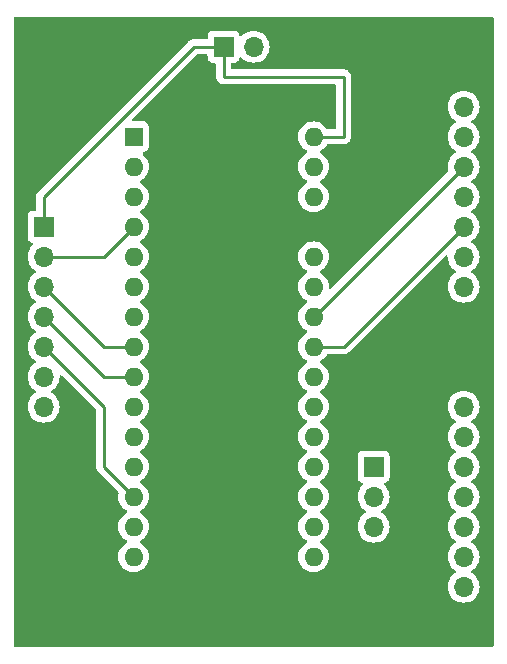
<source format=gtl>
G04 #@! TF.GenerationSoftware,KiCad,Pcbnew,7.0.10*
G04 #@! TF.CreationDate,2024-02-28T18:50:11-05:00*
G04 #@! TF.ProjectId,ApolloAvionics,41706f6c-6c6f-4417-9669-6f6e6963732e,rev?*
G04 #@! TF.SameCoordinates,Original*
G04 #@! TF.FileFunction,Copper,L1,Top*
G04 #@! TF.FilePolarity,Positive*
%FSLAX46Y46*%
G04 Gerber Fmt 4.6, Leading zero omitted, Abs format (unit mm)*
G04 Created by KiCad (PCBNEW 7.0.10) date 2024-02-28 18:50:11*
%MOMM*%
%LPD*%
G01*
G04 APERTURE LIST*
G04 #@! TA.AperFunction,ComponentPad*
%ADD10R,1.700000X1.700000*%
G04 #@! TD*
G04 #@! TA.AperFunction,ComponentPad*
%ADD11O,1.700000X1.700000*%
G04 #@! TD*
G04 #@! TA.AperFunction,ComponentPad*
%ADD12R,1.600000X1.600000*%
G04 #@! TD*
G04 #@! TA.AperFunction,ComponentPad*
%ADD13O,1.600000X1.600000*%
G04 #@! TD*
G04 #@! TA.AperFunction,Conductor*
%ADD14C,0.250000*%
G04 #@! TD*
G04 APERTURE END LIST*
D10*
G04 #@! TO.P,ESC1,1,VCC*
G04 #@! TO.N,Net-(A1-VIN)*
X58420000Y-55880000D03*
D11*
G04 #@! TO.P,ESC1,2,SGND*
G04 #@! TO.N,Net-(ESC1-SGND)*
X58420000Y-58420000D03*
G04 #@! TO.P,ESC1,3,S1*
G04 #@! TO.N,Net-(A1-D5)*
X58420000Y-60960000D03*
G04 #@! TO.P,ESC1,4,S2*
G04 #@! TO.N,Net-(A1-D6)*
X58420000Y-63500000D03*
G04 #@! TO.P,ESC1,5,S3*
G04 #@! TO.N,Net-(A1-D10)*
X58420000Y-66040000D03*
G04 #@! TO.P,ESC1,6,S4*
G04 #@! TO.N,Net-(A1-D9)*
X58420000Y-68580000D03*
G04 #@! TO.P,ESC1,7,GND*
G04 #@! TO.N,GND*
X58420000Y-71120000D03*
G04 #@! TD*
D12*
G04 #@! TO.P,A1,1,D1/TX*
G04 #@! TO.N,unconnected-(A1-D1{slash}TX-Pad1)*
X66040000Y-48260000D03*
D13*
G04 #@! TO.P,A1,2,D0/RX*
G04 #@! TO.N,unconnected-(A1-D0{slash}RX-Pad2)*
X66040000Y-50800000D03*
G04 #@! TO.P,A1,3,~{RESET}*
G04 #@! TO.N,unconnected-(A1-~{RESET}-Pad3)*
X66040000Y-53340000D03*
G04 #@! TO.P,A1,4,GND*
G04 #@! TO.N,Net-(ESC1-SGND)*
X66040000Y-55880000D03*
G04 #@! TO.P,A1,5,D2*
G04 #@! TO.N,unconnected-(A1-D2-Pad5)*
X66040000Y-58420000D03*
G04 #@! TO.P,A1,6,D3*
G04 #@! TO.N,unconnected-(A1-D3-Pad6)*
X66040000Y-60960000D03*
G04 #@! TO.P,A1,7,D4*
G04 #@! TO.N,unconnected-(A1-D4-Pad7)*
X66040000Y-63500000D03*
G04 #@! TO.P,A1,8,D5*
G04 #@! TO.N,Net-(A1-D5)*
X66040000Y-66040000D03*
G04 #@! TO.P,A1,9,D6*
G04 #@! TO.N,Net-(A1-D6)*
X66040000Y-68580000D03*
G04 #@! TO.P,A1,10,D7*
G04 #@! TO.N,unconnected-(A1-D7-Pad10)*
X66040000Y-71120000D03*
G04 #@! TO.P,A1,11,D8*
G04 #@! TO.N,unconnected-(A1-D8-Pad11)*
X66040000Y-73660000D03*
G04 #@! TO.P,A1,12,D9*
G04 #@! TO.N,Net-(A1-D9)*
X66040000Y-76200000D03*
G04 #@! TO.P,A1,13,D10*
G04 #@! TO.N,Net-(A1-D10)*
X66040000Y-78740000D03*
G04 #@! TO.P,A1,14,D11*
G04 #@! TO.N,unconnected-(A1-D11-Pad14)*
X66040000Y-81280000D03*
G04 #@! TO.P,A1,15,D12*
G04 #@! TO.N,unconnected-(A1-D12-Pad15)*
X66040000Y-83820000D03*
G04 #@! TO.P,A1,16,D13*
G04 #@! TO.N,unconnected-(A1-D13-Pad16)*
X81280000Y-83820000D03*
G04 #@! TO.P,A1,17,3V3*
G04 #@! TO.N,Net-(A1-3V3)*
X81280000Y-81280000D03*
G04 #@! TO.P,A1,18,AREF*
G04 #@! TO.N,unconnected-(A1-AREF-Pad18)*
X81280000Y-78740000D03*
G04 #@! TO.P,A1,19,A0*
G04 #@! TO.N,Net-(A1-A0)*
X81280000Y-76200000D03*
G04 #@! TO.P,A1,20,A1*
G04 #@! TO.N,unconnected-(A1-A1-Pad20)*
X81280000Y-73660000D03*
G04 #@! TO.P,A1,21,A2*
G04 #@! TO.N,unconnected-(A1-A2-Pad21)*
X81280000Y-71120000D03*
G04 #@! TO.P,A1,22,A3*
G04 #@! TO.N,unconnected-(A1-A3-Pad22)*
X81280000Y-68580000D03*
G04 #@! TO.P,A1,23,A4*
G04 #@! TO.N,Net-(A1-A4)*
X81280000Y-66040000D03*
G04 #@! TO.P,A1,24,A5*
G04 #@! TO.N,Net-(A1-A5)*
X81280000Y-63500000D03*
G04 #@! TO.P,A1,25,A6*
G04 #@! TO.N,unconnected-(A1-A6-Pad25)*
X81280000Y-60960000D03*
G04 #@! TO.P,A1,26,A7*
G04 #@! TO.N,unconnected-(A1-A7-Pad26)*
X81280000Y-58420000D03*
G04 #@! TO.P,A1,27,+5V*
G04 #@! TO.N,+5V*
X81280000Y-55880000D03*
G04 #@! TO.P,A1,28,~{RESET}*
G04 #@! TO.N,unconnected-(A1-~{RESET}-Pad28)*
X81280000Y-53340000D03*
G04 #@! TO.P,A1,29,GND*
G04 #@! TO.N,GND*
X81280000Y-50800000D03*
G04 #@! TO.P,A1,30,VIN*
G04 #@! TO.N,Net-(A1-VIN)*
X81280000Y-48260000D03*
G04 #@! TD*
D10*
G04 #@! TO.P,BMP1,1,VIN*
G04 #@! TO.N,+5V*
X93980000Y-43180000D03*
D11*
G04 #@! TO.P,BMP1,2,3Vo*
G04 #@! TO.N,unconnected-(BMP1-3Vo-Pad2)*
X93980000Y-45720000D03*
G04 #@! TO.P,BMP1,3,GND*
G04 #@! TO.N,GND*
X93980000Y-48260000D03*
G04 #@! TO.P,BMP1,4,SCL*
G04 #@! TO.N,Net-(A1-A5)*
X93980000Y-50800000D03*
G04 #@! TO.P,BMP1,5,SDO*
G04 #@! TO.N,unconnected-(BMP1-SDO-Pad5)*
X93980000Y-53340000D03*
G04 #@! TO.P,BMP1,6,SDA*
G04 #@! TO.N,Net-(A1-A4)*
X93980000Y-55880000D03*
G04 #@! TO.P,BMP1,7,CS*
G04 #@! TO.N,unconnected-(BMP1-CS-Pad7)*
X93980000Y-58420000D03*
G04 #@! TO.P,BMP1,8,INT*
G04 #@! TO.N,unconnected-(BMP1-INT-Pad8)*
X93980000Y-60960000D03*
G04 #@! TD*
D10*
G04 #@! TO.P,SRV1,1,PWM*
G04 #@! TO.N,Net-(A1-A0)*
X86360000Y-76200000D03*
D11*
G04 #@! TO.P,SRV1,2,+*
G04 #@! TO.N,Net-(A1-3V3)*
X86360000Y-78740000D03*
G04 #@! TO.P,SRV1,3,-*
G04 #@! TO.N,GND*
X86360000Y-81280000D03*
G04 #@! TD*
D10*
G04 #@! TO.P,BT1,1,+*
G04 #@! TO.N,Net-(A1-VIN)*
X73660000Y-40640000D03*
D11*
G04 #@! TO.P,BT1,2,-*
G04 #@! TO.N,GND*
X76200000Y-40640000D03*
G04 #@! TD*
D10*
G04 #@! TO.P,MPU1,1,VCC*
G04 #@! TO.N,+5V*
X93980000Y-68580000D03*
D11*
G04 #@! TO.P,MPU1,2,GND*
G04 #@! TO.N,GND*
X93980000Y-71120000D03*
G04 #@! TO.P,MPU1,3,SCL*
G04 #@! TO.N,Net-(A1-A5)*
X93980000Y-73660000D03*
G04 #@! TO.P,MPU1,4,SDA*
G04 #@! TO.N,Net-(A1-A4)*
X93980000Y-76200000D03*
G04 #@! TO.P,MPU1,5,XDA*
G04 #@! TO.N,unconnected-(MPU1-XDA-Pad5)*
X93980000Y-78740000D03*
G04 #@! TO.P,MPU1,6,XCL*
G04 #@! TO.N,unconnected-(MPU1-XCL-Pad6)*
X93980000Y-81280000D03*
G04 #@! TO.P,MPU1,7,ADO*
G04 #@! TO.N,unconnected-(MPU1-ADO-Pad7)*
X93980000Y-83820000D03*
G04 #@! TO.P,MPU1,8,INT*
G04 #@! TO.N,unconnected-(MPU1-INT-Pad8)*
X93980000Y-86360000D03*
G04 #@! TD*
D14*
G04 #@! TO.N,Net-(ESC1-SGND)*
X63500000Y-58420000D02*
X66040000Y-55880000D01*
X58420000Y-58420000D02*
X63500000Y-58420000D01*
G04 #@! TO.N,Net-(A1-D5)*
X63500000Y-66040000D02*
X66040000Y-66040000D01*
X58420000Y-60960000D02*
X63500000Y-66040000D01*
G04 #@! TO.N,Net-(A1-D6)*
X63500000Y-68580000D02*
X66040000Y-68580000D01*
X58420000Y-63500000D02*
X63500000Y-68580000D01*
G04 #@! TO.N,Net-(A1-D10)*
X63500000Y-71120000D02*
X63500000Y-76200000D01*
X63500000Y-76200000D02*
X66040000Y-78740000D01*
X58420000Y-66040000D02*
X63500000Y-71120000D01*
G04 #@! TO.N,Net-(A1-A4)*
X83820000Y-66040000D02*
X81280000Y-66040000D01*
X93980000Y-55880000D02*
X83820000Y-66040000D01*
G04 #@! TO.N,Net-(A1-A5)*
X93980000Y-50800000D02*
X81280000Y-63500000D01*
G04 #@! TO.N,Net-(A1-VIN)*
X73660000Y-43180000D02*
X83820000Y-43180000D01*
X73660000Y-43180000D02*
X73660000Y-40640000D01*
X58420000Y-53340000D02*
X71120000Y-40640000D01*
X71120000Y-40640000D02*
X73660000Y-40640000D01*
X58420000Y-55880000D02*
X58420000Y-53340000D01*
X83820000Y-48260000D02*
X81280000Y-48260000D01*
X83820000Y-43180000D02*
X83820000Y-48260000D01*
G04 #@! TD*
G04 #@! TA.AperFunction,Conductor*
G04 #@! TO.N,+5V*
G36*
X96462539Y-38120185D02*
G01*
X96508294Y-38172989D01*
X96519500Y-38224500D01*
X96519500Y-91315500D01*
X96499815Y-91382539D01*
X96447011Y-91428294D01*
X96395500Y-91439500D01*
X56004500Y-91439500D01*
X55937461Y-91419815D01*
X55891706Y-91367011D01*
X55880500Y-91315500D01*
X55880500Y-86360000D01*
X92624341Y-86360000D01*
X92644936Y-86595403D01*
X92644938Y-86595413D01*
X92706094Y-86823655D01*
X92706096Y-86823659D01*
X92706097Y-86823663D01*
X92805965Y-87037830D01*
X92805967Y-87037834D01*
X92914281Y-87192521D01*
X92941505Y-87231401D01*
X93108599Y-87398495D01*
X93205384Y-87466265D01*
X93302165Y-87534032D01*
X93302167Y-87534033D01*
X93302170Y-87534035D01*
X93516337Y-87633903D01*
X93744592Y-87695063D01*
X93932918Y-87711539D01*
X93979999Y-87715659D01*
X93980000Y-87715659D01*
X93980001Y-87715659D01*
X94019234Y-87712226D01*
X94215408Y-87695063D01*
X94443663Y-87633903D01*
X94657830Y-87534035D01*
X94851401Y-87398495D01*
X95018495Y-87231401D01*
X95154035Y-87037830D01*
X95253903Y-86823663D01*
X95315063Y-86595408D01*
X95335659Y-86360000D01*
X95315063Y-86124592D01*
X95253903Y-85896337D01*
X95154035Y-85682171D01*
X95018495Y-85488599D01*
X95018494Y-85488597D01*
X94851402Y-85321506D01*
X94851396Y-85321501D01*
X94665842Y-85191575D01*
X94622217Y-85136998D01*
X94615023Y-85067500D01*
X94646546Y-85005145D01*
X94665842Y-84988425D01*
X94719909Y-84950567D01*
X94851401Y-84858495D01*
X95018495Y-84691401D01*
X95154035Y-84497830D01*
X95253903Y-84283663D01*
X95315063Y-84055408D01*
X95335659Y-83820000D01*
X95315063Y-83584592D01*
X95253903Y-83356337D01*
X95154035Y-83142171D01*
X95018495Y-82948599D01*
X95018494Y-82948597D01*
X94851402Y-82781506D01*
X94851396Y-82781501D01*
X94665842Y-82651575D01*
X94622217Y-82596998D01*
X94615023Y-82527500D01*
X94646546Y-82465145D01*
X94665842Y-82448425D01*
X94719909Y-82410567D01*
X94851401Y-82318495D01*
X95018495Y-82151401D01*
X95154035Y-81957830D01*
X95253903Y-81743663D01*
X95315063Y-81515408D01*
X95335659Y-81280000D01*
X95315063Y-81044592D01*
X95253903Y-80816337D01*
X95154035Y-80602171D01*
X95018495Y-80408599D01*
X95018494Y-80408597D01*
X94851402Y-80241506D01*
X94851396Y-80241501D01*
X94665842Y-80111575D01*
X94622217Y-80056998D01*
X94615023Y-79987500D01*
X94646546Y-79925145D01*
X94665842Y-79908425D01*
X94719909Y-79870567D01*
X94851401Y-79778495D01*
X95018495Y-79611401D01*
X95154035Y-79417830D01*
X95253903Y-79203663D01*
X95315063Y-78975408D01*
X95335659Y-78740000D01*
X95315063Y-78504592D01*
X95253903Y-78276337D01*
X95154035Y-78062171D01*
X95018495Y-77868599D01*
X95018494Y-77868597D01*
X94851402Y-77701506D01*
X94851396Y-77701501D01*
X94665842Y-77571575D01*
X94622217Y-77516998D01*
X94615023Y-77447500D01*
X94646546Y-77385145D01*
X94665842Y-77368425D01*
X94719909Y-77330567D01*
X94851401Y-77238495D01*
X95018495Y-77071401D01*
X95154035Y-76877830D01*
X95253903Y-76663663D01*
X95315063Y-76435408D01*
X95335659Y-76200000D01*
X95315063Y-75964592D01*
X95253903Y-75736337D01*
X95154035Y-75522171D01*
X95018495Y-75328599D01*
X95018494Y-75328597D01*
X94851402Y-75161506D01*
X94851396Y-75161501D01*
X94665842Y-75031575D01*
X94622217Y-74976998D01*
X94615023Y-74907500D01*
X94646546Y-74845145D01*
X94665842Y-74828425D01*
X94719909Y-74790567D01*
X94851401Y-74698495D01*
X95018495Y-74531401D01*
X95154035Y-74337830D01*
X95253903Y-74123663D01*
X95315063Y-73895408D01*
X95335659Y-73660000D01*
X95315063Y-73424592D01*
X95253903Y-73196337D01*
X95154035Y-72982171D01*
X95018495Y-72788599D01*
X95018494Y-72788597D01*
X94851402Y-72621506D01*
X94851396Y-72621501D01*
X94665842Y-72491575D01*
X94622217Y-72436998D01*
X94615023Y-72367500D01*
X94646546Y-72305145D01*
X94665842Y-72288425D01*
X94719909Y-72250567D01*
X94851401Y-72158495D01*
X95018495Y-71991401D01*
X95154035Y-71797830D01*
X95253903Y-71583663D01*
X95315063Y-71355408D01*
X95335659Y-71120000D01*
X95315063Y-70884592D01*
X95253903Y-70656337D01*
X95154035Y-70442171D01*
X95018495Y-70248599D01*
X95018494Y-70248597D01*
X94851402Y-70081506D01*
X94851395Y-70081501D01*
X94657834Y-69945967D01*
X94657830Y-69945965D01*
X94657828Y-69945964D01*
X94443663Y-69846097D01*
X94443659Y-69846096D01*
X94443655Y-69846094D01*
X94215413Y-69784938D01*
X94215403Y-69784936D01*
X93980001Y-69764341D01*
X93979999Y-69764341D01*
X93744596Y-69784936D01*
X93744586Y-69784938D01*
X93516344Y-69846094D01*
X93516335Y-69846098D01*
X93302171Y-69945964D01*
X93302169Y-69945965D01*
X93108597Y-70081505D01*
X92941505Y-70248597D01*
X92805965Y-70442169D01*
X92805964Y-70442171D01*
X92706098Y-70656335D01*
X92706094Y-70656344D01*
X92644938Y-70884586D01*
X92644936Y-70884596D01*
X92624341Y-71119999D01*
X92624341Y-71120000D01*
X92644936Y-71355403D01*
X92644938Y-71355413D01*
X92706094Y-71583655D01*
X92706096Y-71583659D01*
X92706097Y-71583663D01*
X92794262Y-71772732D01*
X92805965Y-71797830D01*
X92805967Y-71797834D01*
X92941501Y-71991395D01*
X92941506Y-71991402D01*
X93108597Y-72158493D01*
X93108603Y-72158498D01*
X93294158Y-72288425D01*
X93337783Y-72343002D01*
X93344977Y-72412500D01*
X93313454Y-72474855D01*
X93294158Y-72491575D01*
X93108597Y-72621505D01*
X92941505Y-72788597D01*
X92805965Y-72982169D01*
X92805964Y-72982171D01*
X92706098Y-73196335D01*
X92706094Y-73196344D01*
X92644938Y-73424586D01*
X92644936Y-73424596D01*
X92624341Y-73659999D01*
X92624341Y-73660000D01*
X92644936Y-73895403D01*
X92644938Y-73895413D01*
X92706094Y-74123655D01*
X92706096Y-74123659D01*
X92706097Y-74123663D01*
X92794262Y-74312732D01*
X92805965Y-74337830D01*
X92805967Y-74337834D01*
X92941501Y-74531395D01*
X92941506Y-74531402D01*
X93108597Y-74698493D01*
X93108603Y-74698498D01*
X93294158Y-74828425D01*
X93337783Y-74883002D01*
X93344977Y-74952500D01*
X93313454Y-75014855D01*
X93294158Y-75031575D01*
X93108597Y-75161505D01*
X92941505Y-75328597D01*
X92805965Y-75522169D01*
X92805964Y-75522171D01*
X92706098Y-75736335D01*
X92706094Y-75736344D01*
X92644938Y-75964586D01*
X92644936Y-75964596D01*
X92624341Y-76199999D01*
X92624341Y-76200000D01*
X92644936Y-76435403D01*
X92644938Y-76435413D01*
X92706094Y-76663655D01*
X92706096Y-76663659D01*
X92706097Y-76663663D01*
X92794262Y-76852732D01*
X92805965Y-76877830D01*
X92805967Y-76877834D01*
X92941501Y-77071395D01*
X92941506Y-77071402D01*
X93108597Y-77238493D01*
X93108603Y-77238498D01*
X93294158Y-77368425D01*
X93337783Y-77423002D01*
X93344977Y-77492500D01*
X93313454Y-77554855D01*
X93294158Y-77571575D01*
X93108597Y-77701505D01*
X92941505Y-77868597D01*
X92805965Y-78062169D01*
X92805964Y-78062171D01*
X92706098Y-78276335D01*
X92706094Y-78276344D01*
X92644938Y-78504586D01*
X92644936Y-78504596D01*
X92624341Y-78739999D01*
X92624341Y-78740000D01*
X92644936Y-78975403D01*
X92644938Y-78975413D01*
X92706094Y-79203655D01*
X92706096Y-79203659D01*
X92706097Y-79203663D01*
X92794262Y-79392732D01*
X92805965Y-79417830D01*
X92805967Y-79417834D01*
X92941501Y-79611395D01*
X92941506Y-79611402D01*
X93108597Y-79778493D01*
X93108603Y-79778498D01*
X93294158Y-79908425D01*
X93337783Y-79963002D01*
X93344977Y-80032500D01*
X93313454Y-80094855D01*
X93294158Y-80111575D01*
X93108597Y-80241505D01*
X92941505Y-80408597D01*
X92805965Y-80602169D01*
X92805964Y-80602171D01*
X92706098Y-80816335D01*
X92706094Y-80816344D01*
X92644938Y-81044586D01*
X92644936Y-81044596D01*
X92624341Y-81279999D01*
X92624341Y-81280000D01*
X92644936Y-81515403D01*
X92644938Y-81515413D01*
X92706094Y-81743655D01*
X92706096Y-81743659D01*
X92706097Y-81743663D01*
X92794262Y-81932732D01*
X92805965Y-81957830D01*
X92805967Y-81957834D01*
X92941501Y-82151395D01*
X92941506Y-82151402D01*
X93108597Y-82318493D01*
X93108603Y-82318498D01*
X93294158Y-82448425D01*
X93337783Y-82503002D01*
X93344977Y-82572500D01*
X93313454Y-82634855D01*
X93294158Y-82651575D01*
X93108597Y-82781505D01*
X92941505Y-82948597D01*
X92805965Y-83142169D01*
X92805964Y-83142171D01*
X92706098Y-83356335D01*
X92706094Y-83356344D01*
X92644938Y-83584586D01*
X92644936Y-83584596D01*
X92624341Y-83819999D01*
X92624341Y-83820000D01*
X92644936Y-84055403D01*
X92644938Y-84055413D01*
X92706094Y-84283655D01*
X92706096Y-84283659D01*
X92706097Y-84283663D01*
X92794262Y-84472732D01*
X92805965Y-84497830D01*
X92805967Y-84497834D01*
X92941501Y-84691395D01*
X92941506Y-84691402D01*
X93108597Y-84858493D01*
X93108603Y-84858498D01*
X93294158Y-84988425D01*
X93337783Y-85043002D01*
X93344977Y-85112500D01*
X93313454Y-85174855D01*
X93294158Y-85191575D01*
X93108597Y-85321505D01*
X92941505Y-85488597D01*
X92805965Y-85682169D01*
X92805964Y-85682171D01*
X92706098Y-85896335D01*
X92706094Y-85896344D01*
X92644938Y-86124586D01*
X92644936Y-86124596D01*
X92624341Y-86359999D01*
X92624341Y-86360000D01*
X55880500Y-86360000D01*
X55880500Y-71120000D01*
X57064341Y-71120000D01*
X57084936Y-71355403D01*
X57084938Y-71355413D01*
X57146094Y-71583655D01*
X57146096Y-71583659D01*
X57146097Y-71583663D01*
X57234262Y-71772732D01*
X57245965Y-71797830D01*
X57245967Y-71797834D01*
X57354281Y-71952521D01*
X57381505Y-71991401D01*
X57548599Y-72158495D01*
X57645384Y-72226265D01*
X57742165Y-72294032D01*
X57742167Y-72294033D01*
X57742170Y-72294035D01*
X57956337Y-72393903D01*
X58184592Y-72455063D01*
X58372918Y-72471539D01*
X58419999Y-72475659D01*
X58420000Y-72475659D01*
X58420001Y-72475659D01*
X58459234Y-72472226D01*
X58655408Y-72455063D01*
X58883663Y-72393903D01*
X59097830Y-72294035D01*
X59291401Y-72158495D01*
X59458495Y-71991401D01*
X59594035Y-71797830D01*
X59693903Y-71583663D01*
X59755063Y-71355408D01*
X59775659Y-71120000D01*
X59755063Y-70884592D01*
X59693903Y-70656337D01*
X59594035Y-70442171D01*
X59458495Y-70248599D01*
X59458494Y-70248597D01*
X59291402Y-70081506D01*
X59291396Y-70081501D01*
X59105842Y-69951575D01*
X59062217Y-69896998D01*
X59055023Y-69827500D01*
X59086546Y-69765145D01*
X59105842Y-69748425D01*
X59159909Y-69710567D01*
X59291401Y-69618495D01*
X59458495Y-69451401D01*
X59594035Y-69257830D01*
X59693903Y-69043663D01*
X59755063Y-68815408D01*
X59775659Y-68580000D01*
X59775659Y-68579998D01*
X59775659Y-68579611D01*
X59775707Y-68579445D01*
X59776131Y-68574606D01*
X59777103Y-68574691D01*
X59795344Y-68512572D01*
X59848148Y-68466817D01*
X59917306Y-68456873D01*
X59980862Y-68485898D01*
X59987326Y-68491917D01*
X61302149Y-69806739D01*
X62838181Y-71342771D01*
X62871666Y-71404094D01*
X62874500Y-71430452D01*
X62874500Y-76117255D01*
X62872775Y-76132872D01*
X62873061Y-76132899D01*
X62872326Y-76140665D01*
X62874439Y-76207872D01*
X62874500Y-76211767D01*
X62874500Y-76239357D01*
X62875003Y-76243335D01*
X62875918Y-76254967D01*
X62877290Y-76298624D01*
X62877291Y-76298627D01*
X62882880Y-76317867D01*
X62886824Y-76336911D01*
X62887542Y-76342590D01*
X62889336Y-76356792D01*
X62905414Y-76397403D01*
X62909197Y-76408452D01*
X62921381Y-76450388D01*
X62931580Y-76467634D01*
X62940138Y-76485103D01*
X62947514Y-76503732D01*
X62973181Y-76539060D01*
X62979593Y-76548821D01*
X63001828Y-76586417D01*
X63001833Y-76586424D01*
X63015990Y-76600580D01*
X63028627Y-76615375D01*
X63040406Y-76631587D01*
X63058418Y-76646488D01*
X63074057Y-76659425D01*
X63082698Y-76667288D01*
X64740586Y-78325177D01*
X64774071Y-78386500D01*
X64772680Y-78444949D01*
X64754367Y-78513296D01*
X64754364Y-78513313D01*
X64734532Y-78739999D01*
X64734532Y-78740001D01*
X64754364Y-78966686D01*
X64754366Y-78966697D01*
X64813258Y-79186488D01*
X64813261Y-79186497D01*
X64909431Y-79392732D01*
X64909432Y-79392734D01*
X65039954Y-79579141D01*
X65200858Y-79740045D01*
X65200861Y-79740047D01*
X65387266Y-79870568D01*
X65445275Y-79897618D01*
X65497714Y-79943791D01*
X65516866Y-80010984D01*
X65496650Y-80077865D01*
X65445275Y-80122382D01*
X65387267Y-80149431D01*
X65387265Y-80149432D01*
X65200858Y-80279954D01*
X65039954Y-80440858D01*
X64909432Y-80627265D01*
X64909431Y-80627267D01*
X64813261Y-80833502D01*
X64813258Y-80833511D01*
X64754366Y-81053302D01*
X64754364Y-81053313D01*
X64734532Y-81279998D01*
X64734532Y-81280001D01*
X64754364Y-81506686D01*
X64754366Y-81506697D01*
X64813258Y-81726488D01*
X64813261Y-81726497D01*
X64909431Y-81932732D01*
X64909432Y-81932734D01*
X65039954Y-82119141D01*
X65200858Y-82280045D01*
X65200861Y-82280047D01*
X65387266Y-82410568D01*
X65445275Y-82437618D01*
X65497714Y-82483791D01*
X65516866Y-82550984D01*
X65496650Y-82617865D01*
X65445275Y-82662382D01*
X65387267Y-82689431D01*
X65387265Y-82689432D01*
X65200858Y-82819954D01*
X65039954Y-82980858D01*
X64909432Y-83167265D01*
X64909431Y-83167267D01*
X64813261Y-83373502D01*
X64813258Y-83373511D01*
X64754366Y-83593302D01*
X64754364Y-83593313D01*
X64734532Y-83819998D01*
X64734532Y-83820001D01*
X64754364Y-84046686D01*
X64754366Y-84046697D01*
X64813258Y-84266488D01*
X64813261Y-84266497D01*
X64909431Y-84472732D01*
X64909432Y-84472734D01*
X65039954Y-84659141D01*
X65200858Y-84820045D01*
X65200861Y-84820047D01*
X65387266Y-84950568D01*
X65593504Y-85046739D01*
X65813308Y-85105635D01*
X65975230Y-85119801D01*
X66039998Y-85125468D01*
X66040000Y-85125468D01*
X66040002Y-85125468D01*
X66096673Y-85120509D01*
X66266692Y-85105635D01*
X66486496Y-85046739D01*
X66692734Y-84950568D01*
X66879139Y-84820047D01*
X67040047Y-84659139D01*
X67170568Y-84472734D01*
X67266739Y-84266496D01*
X67325635Y-84046692D01*
X67345468Y-83820001D01*
X79974532Y-83820001D01*
X79994364Y-84046686D01*
X79994366Y-84046697D01*
X80053258Y-84266488D01*
X80053261Y-84266497D01*
X80149431Y-84472732D01*
X80149432Y-84472734D01*
X80279954Y-84659141D01*
X80440858Y-84820045D01*
X80440861Y-84820047D01*
X80627266Y-84950568D01*
X80833504Y-85046739D01*
X81053308Y-85105635D01*
X81215230Y-85119801D01*
X81279998Y-85125468D01*
X81280000Y-85125468D01*
X81280002Y-85125468D01*
X81336673Y-85120509D01*
X81506692Y-85105635D01*
X81726496Y-85046739D01*
X81932734Y-84950568D01*
X82119139Y-84820047D01*
X82280047Y-84659139D01*
X82410568Y-84472734D01*
X82506739Y-84266496D01*
X82565635Y-84046692D01*
X82585468Y-83820000D01*
X82565635Y-83593308D01*
X82506739Y-83373504D01*
X82410568Y-83167266D01*
X82280047Y-82980861D01*
X82280045Y-82980858D01*
X82119141Y-82819954D01*
X81932734Y-82689432D01*
X81932728Y-82689429D01*
X81874725Y-82662382D01*
X81822285Y-82616210D01*
X81803133Y-82549017D01*
X81823348Y-82482135D01*
X81874725Y-82437618D01*
X81932734Y-82410568D01*
X82119139Y-82280047D01*
X82280047Y-82119139D01*
X82410568Y-81932734D01*
X82506739Y-81726496D01*
X82565635Y-81506692D01*
X82585468Y-81280000D01*
X85004341Y-81280000D01*
X85024936Y-81515403D01*
X85024938Y-81515413D01*
X85086094Y-81743655D01*
X85086096Y-81743659D01*
X85086097Y-81743663D01*
X85174262Y-81932732D01*
X85185965Y-81957830D01*
X85185967Y-81957834D01*
X85294281Y-82112521D01*
X85321505Y-82151401D01*
X85488599Y-82318495D01*
X85585384Y-82386265D01*
X85682165Y-82454032D01*
X85682167Y-82454033D01*
X85682170Y-82454035D01*
X85896337Y-82553903D01*
X86124592Y-82615063D01*
X86312918Y-82631539D01*
X86359999Y-82635659D01*
X86360000Y-82635659D01*
X86360001Y-82635659D01*
X86399234Y-82632226D01*
X86595408Y-82615063D01*
X86823663Y-82553903D01*
X87037830Y-82454035D01*
X87231401Y-82318495D01*
X87398495Y-82151401D01*
X87534035Y-81957830D01*
X87633903Y-81743663D01*
X87695063Y-81515408D01*
X87715659Y-81280000D01*
X87695063Y-81044592D01*
X87633903Y-80816337D01*
X87534035Y-80602171D01*
X87398495Y-80408599D01*
X87398494Y-80408597D01*
X87231402Y-80241506D01*
X87231396Y-80241501D01*
X87045842Y-80111575D01*
X87002217Y-80056998D01*
X86995023Y-79987500D01*
X87026546Y-79925145D01*
X87045842Y-79908425D01*
X87099909Y-79870567D01*
X87231401Y-79778495D01*
X87398495Y-79611401D01*
X87534035Y-79417830D01*
X87633903Y-79203663D01*
X87695063Y-78975408D01*
X87715659Y-78740000D01*
X87695063Y-78504592D01*
X87633903Y-78276337D01*
X87534035Y-78062171D01*
X87398495Y-77868599D01*
X87276567Y-77746671D01*
X87243084Y-77685351D01*
X87248068Y-77615659D01*
X87289939Y-77559725D01*
X87320915Y-77542810D01*
X87452331Y-77493796D01*
X87567546Y-77407546D01*
X87653796Y-77292331D01*
X87704091Y-77157483D01*
X87710500Y-77097873D01*
X87710499Y-75302128D01*
X87704091Y-75242517D01*
X87653796Y-75107669D01*
X87653795Y-75107668D01*
X87653793Y-75107664D01*
X87567547Y-74992455D01*
X87567544Y-74992452D01*
X87452335Y-74906206D01*
X87452328Y-74906202D01*
X87317482Y-74855908D01*
X87317483Y-74855908D01*
X87257883Y-74849501D01*
X87257881Y-74849500D01*
X87257873Y-74849500D01*
X87257864Y-74849500D01*
X85462129Y-74849500D01*
X85462123Y-74849501D01*
X85402516Y-74855908D01*
X85267671Y-74906202D01*
X85267664Y-74906206D01*
X85152455Y-74992452D01*
X85152452Y-74992455D01*
X85066206Y-75107664D01*
X85066202Y-75107671D01*
X85015908Y-75242517D01*
X85009501Y-75302116D01*
X85009501Y-75302123D01*
X85009500Y-75302135D01*
X85009500Y-77097870D01*
X85009501Y-77097876D01*
X85015908Y-77157483D01*
X85066202Y-77292328D01*
X85066206Y-77292335D01*
X85152452Y-77407544D01*
X85152455Y-77407547D01*
X85267664Y-77493793D01*
X85267671Y-77493797D01*
X85399081Y-77542810D01*
X85455015Y-77584681D01*
X85479432Y-77650145D01*
X85464580Y-77718418D01*
X85443430Y-77746673D01*
X85321503Y-77868600D01*
X85185965Y-78062169D01*
X85185964Y-78062171D01*
X85086098Y-78276335D01*
X85086094Y-78276344D01*
X85024938Y-78504586D01*
X85024936Y-78504596D01*
X85004341Y-78739999D01*
X85004341Y-78740000D01*
X85024936Y-78975403D01*
X85024938Y-78975413D01*
X85086094Y-79203655D01*
X85086096Y-79203659D01*
X85086097Y-79203663D01*
X85174262Y-79392732D01*
X85185965Y-79417830D01*
X85185967Y-79417834D01*
X85321501Y-79611395D01*
X85321506Y-79611402D01*
X85488597Y-79778493D01*
X85488603Y-79778498D01*
X85674158Y-79908425D01*
X85717783Y-79963002D01*
X85724977Y-80032500D01*
X85693454Y-80094855D01*
X85674158Y-80111575D01*
X85488597Y-80241505D01*
X85321505Y-80408597D01*
X85185965Y-80602169D01*
X85185964Y-80602171D01*
X85086098Y-80816335D01*
X85086094Y-80816344D01*
X85024938Y-81044586D01*
X85024936Y-81044596D01*
X85004341Y-81279999D01*
X85004341Y-81280000D01*
X82585468Y-81280000D01*
X82565635Y-81053308D01*
X82506739Y-80833504D01*
X82410568Y-80627266D01*
X82280047Y-80440861D01*
X82280045Y-80440858D01*
X82119141Y-80279954D01*
X81932734Y-80149432D01*
X81932728Y-80149429D01*
X81874725Y-80122382D01*
X81822285Y-80076210D01*
X81803133Y-80009017D01*
X81823348Y-79942135D01*
X81874725Y-79897618D01*
X81932734Y-79870568D01*
X82119139Y-79740047D01*
X82280047Y-79579139D01*
X82410568Y-79392734D01*
X82506739Y-79186496D01*
X82565635Y-78966692D01*
X82585468Y-78740000D01*
X82565635Y-78513308D01*
X82506739Y-78293504D01*
X82410568Y-78087266D01*
X82280047Y-77900861D01*
X82280045Y-77900858D01*
X82119141Y-77739954D01*
X81932734Y-77609432D01*
X81932728Y-77609429D01*
X81905038Y-77596517D01*
X81874724Y-77582381D01*
X81822285Y-77536210D01*
X81803133Y-77469017D01*
X81823348Y-77402135D01*
X81874725Y-77357618D01*
X81932734Y-77330568D01*
X82119139Y-77200047D01*
X82280047Y-77039139D01*
X82410568Y-76852734D01*
X82506739Y-76646496D01*
X82565635Y-76426692D01*
X82585468Y-76200000D01*
X82565635Y-75973308D01*
X82506739Y-75753504D01*
X82410568Y-75547266D01*
X82280047Y-75360861D01*
X82280045Y-75360858D01*
X82119141Y-75199954D01*
X81932734Y-75069432D01*
X81932728Y-75069429D01*
X81874725Y-75042382D01*
X81822285Y-74996210D01*
X81803133Y-74929017D01*
X81823348Y-74862135D01*
X81874725Y-74817618D01*
X81932734Y-74790568D01*
X82119139Y-74660047D01*
X82280047Y-74499139D01*
X82410568Y-74312734D01*
X82506739Y-74106496D01*
X82565635Y-73886692D01*
X82585468Y-73660000D01*
X82565635Y-73433308D01*
X82506739Y-73213504D01*
X82410568Y-73007266D01*
X82280047Y-72820861D01*
X82280045Y-72820858D01*
X82119141Y-72659954D01*
X81932734Y-72529432D01*
X81932728Y-72529429D01*
X81874725Y-72502382D01*
X81822285Y-72456210D01*
X81803133Y-72389017D01*
X81823348Y-72322135D01*
X81874725Y-72277618D01*
X81932734Y-72250568D01*
X82119139Y-72120047D01*
X82280047Y-71959139D01*
X82410568Y-71772734D01*
X82506739Y-71566496D01*
X82565635Y-71346692D01*
X82585468Y-71120000D01*
X82565635Y-70893308D01*
X82506739Y-70673504D01*
X82410568Y-70467266D01*
X82280047Y-70280861D01*
X82280045Y-70280858D01*
X82119141Y-70119954D01*
X81932734Y-69989432D01*
X81932728Y-69989429D01*
X81874725Y-69962382D01*
X81822285Y-69916210D01*
X81803133Y-69849017D01*
X81823348Y-69782135D01*
X81874725Y-69737618D01*
X81932734Y-69710568D01*
X82119139Y-69580047D01*
X82280047Y-69419139D01*
X82410568Y-69232734D01*
X82506739Y-69026496D01*
X82565635Y-68806692D01*
X82585468Y-68580000D01*
X82585419Y-68579445D01*
X82565635Y-68353313D01*
X82565635Y-68353308D01*
X82506739Y-68133504D01*
X82410568Y-67927266D01*
X82280047Y-67740861D01*
X82280045Y-67740858D01*
X82119141Y-67579954D01*
X81932734Y-67449432D01*
X81932728Y-67449429D01*
X81874725Y-67422382D01*
X81822285Y-67376210D01*
X81803133Y-67309017D01*
X81823348Y-67242135D01*
X81874725Y-67197618D01*
X81932734Y-67170568D01*
X82119139Y-67040047D01*
X82280047Y-66879139D01*
X82392613Y-66718377D01*
X82447189Y-66674752D01*
X82494188Y-66665500D01*
X83737257Y-66665500D01*
X83752877Y-66667224D01*
X83752904Y-66666939D01*
X83760660Y-66667671D01*
X83760667Y-66667673D01*
X83827873Y-66665561D01*
X83831768Y-66665500D01*
X83859346Y-66665500D01*
X83859350Y-66665500D01*
X83863324Y-66664997D01*
X83874963Y-66664080D01*
X83918627Y-66662709D01*
X83937869Y-66657117D01*
X83956912Y-66653174D01*
X83976792Y-66650664D01*
X84017401Y-66634585D01*
X84028444Y-66630803D01*
X84070390Y-66618618D01*
X84087629Y-66608422D01*
X84105103Y-66599862D01*
X84123727Y-66592488D01*
X84123727Y-66592487D01*
X84123732Y-66592486D01*
X84159083Y-66566800D01*
X84168814Y-66560408D01*
X84206420Y-66538170D01*
X84220589Y-66523999D01*
X84235379Y-66511368D01*
X84251587Y-66499594D01*
X84279438Y-66465926D01*
X84287279Y-66457309D01*
X92412660Y-58331929D01*
X92473983Y-58298444D01*
X92543675Y-58303428D01*
X92599608Y-58345300D01*
X92624025Y-58410764D01*
X92624341Y-58419610D01*
X92624341Y-58420000D01*
X92644936Y-58655403D01*
X92644938Y-58655413D01*
X92706094Y-58883655D01*
X92706096Y-58883659D01*
X92706097Y-58883663D01*
X92782234Y-59046939D01*
X92805965Y-59097830D01*
X92805967Y-59097834D01*
X92914281Y-59252521D01*
X92941501Y-59291396D01*
X92941506Y-59291402D01*
X93108597Y-59458493D01*
X93108603Y-59458498D01*
X93294158Y-59588425D01*
X93337783Y-59643002D01*
X93344977Y-59712500D01*
X93313454Y-59774855D01*
X93294158Y-59791575D01*
X93108597Y-59921505D01*
X92941505Y-60088597D01*
X92805965Y-60282169D01*
X92805964Y-60282171D01*
X92706098Y-60496335D01*
X92706094Y-60496344D01*
X92644938Y-60724586D01*
X92644936Y-60724596D01*
X92624341Y-60959999D01*
X92624341Y-60960000D01*
X92644936Y-61195403D01*
X92644938Y-61195413D01*
X92706094Y-61423655D01*
X92706096Y-61423659D01*
X92706097Y-61423663D01*
X92794262Y-61612732D01*
X92805965Y-61637830D01*
X92805967Y-61637834D01*
X92914281Y-61792521D01*
X92941505Y-61831401D01*
X93108599Y-61998495D01*
X93205384Y-62066265D01*
X93302165Y-62134032D01*
X93302167Y-62134033D01*
X93302170Y-62134035D01*
X93516337Y-62233903D01*
X93744592Y-62295063D01*
X93932918Y-62311539D01*
X93979999Y-62315659D01*
X93980000Y-62315659D01*
X93980001Y-62315659D01*
X94019234Y-62312226D01*
X94215408Y-62295063D01*
X94443663Y-62233903D01*
X94657830Y-62134035D01*
X94851401Y-61998495D01*
X95018495Y-61831401D01*
X95154035Y-61637830D01*
X95253903Y-61423663D01*
X95315063Y-61195408D01*
X95335659Y-60960000D01*
X95315063Y-60724592D01*
X95253903Y-60496337D01*
X95154035Y-60282171D01*
X95018495Y-60088599D01*
X95018494Y-60088597D01*
X94851402Y-59921506D01*
X94851396Y-59921501D01*
X94665842Y-59791575D01*
X94622217Y-59736998D01*
X94615023Y-59667500D01*
X94646546Y-59605145D01*
X94665842Y-59588425D01*
X94719909Y-59550567D01*
X94851401Y-59458495D01*
X95018495Y-59291401D01*
X95154035Y-59097830D01*
X95253903Y-58883663D01*
X95315063Y-58655408D01*
X95335659Y-58420000D01*
X95315063Y-58184592D01*
X95253903Y-57956337D01*
X95154035Y-57742171D01*
X95153652Y-57741623D01*
X95018494Y-57548597D01*
X94851402Y-57381506D01*
X94851396Y-57381501D01*
X94665842Y-57251575D01*
X94622217Y-57196998D01*
X94615023Y-57127500D01*
X94646546Y-57065145D01*
X94665842Y-57048425D01*
X94719909Y-57010567D01*
X94851401Y-56918495D01*
X95018495Y-56751401D01*
X95154035Y-56557830D01*
X95253903Y-56343663D01*
X95315063Y-56115408D01*
X95335659Y-55880000D01*
X95315063Y-55644592D01*
X95253903Y-55416337D01*
X95154035Y-55202171D01*
X95018495Y-55008599D01*
X95018494Y-55008597D01*
X94851402Y-54841506D01*
X94851396Y-54841501D01*
X94665842Y-54711575D01*
X94622217Y-54656998D01*
X94615023Y-54587500D01*
X94646546Y-54525145D01*
X94665842Y-54508425D01*
X94719909Y-54470567D01*
X94851401Y-54378495D01*
X95018495Y-54211401D01*
X95154035Y-54017830D01*
X95253903Y-53803663D01*
X95315063Y-53575408D01*
X95335659Y-53340000D01*
X95315063Y-53104592D01*
X95253903Y-52876337D01*
X95154035Y-52662171D01*
X95018495Y-52468599D01*
X95018494Y-52468597D01*
X94851402Y-52301506D01*
X94851396Y-52301501D01*
X94665842Y-52171575D01*
X94622217Y-52116998D01*
X94615023Y-52047500D01*
X94646546Y-51985145D01*
X94665842Y-51968425D01*
X94719909Y-51930567D01*
X94851401Y-51838495D01*
X95018495Y-51671401D01*
X95154035Y-51477830D01*
X95253903Y-51263663D01*
X95315063Y-51035408D01*
X95335659Y-50800000D01*
X95315063Y-50564592D01*
X95253903Y-50336337D01*
X95154035Y-50122171D01*
X95018495Y-49928599D01*
X95018494Y-49928597D01*
X94851402Y-49761506D01*
X94851396Y-49761501D01*
X94665842Y-49631575D01*
X94622217Y-49576998D01*
X94615023Y-49507500D01*
X94646546Y-49445145D01*
X94665842Y-49428425D01*
X94719909Y-49390567D01*
X94851401Y-49298495D01*
X95018495Y-49131401D01*
X95154035Y-48937830D01*
X95253903Y-48723663D01*
X95315063Y-48495408D01*
X95335659Y-48260000D01*
X95315063Y-48024592D01*
X95253903Y-47796337D01*
X95154035Y-47582171D01*
X95153652Y-47581623D01*
X95018494Y-47388597D01*
X94851402Y-47221506D01*
X94851396Y-47221501D01*
X94665842Y-47091575D01*
X94622217Y-47036998D01*
X94615023Y-46967500D01*
X94646546Y-46905145D01*
X94665842Y-46888425D01*
X94766629Y-46817853D01*
X94851401Y-46758495D01*
X95018495Y-46591401D01*
X95154035Y-46397830D01*
X95253903Y-46183663D01*
X95315063Y-45955408D01*
X95335659Y-45720000D01*
X95315063Y-45484592D01*
X95253903Y-45256337D01*
X95154035Y-45042171D01*
X95018495Y-44848599D01*
X95018494Y-44848597D01*
X94851402Y-44681506D01*
X94851395Y-44681501D01*
X94657834Y-44545967D01*
X94657830Y-44545965D01*
X94657828Y-44545964D01*
X94443663Y-44446097D01*
X94443659Y-44446096D01*
X94443655Y-44446094D01*
X94215413Y-44384938D01*
X94215403Y-44384936D01*
X93980001Y-44364341D01*
X93979999Y-44364341D01*
X93744596Y-44384936D01*
X93744586Y-44384938D01*
X93516344Y-44446094D01*
X93516335Y-44446098D01*
X93302171Y-44545964D01*
X93302169Y-44545965D01*
X93108597Y-44681505D01*
X92941505Y-44848597D01*
X92805965Y-45042169D01*
X92805964Y-45042171D01*
X92706098Y-45256335D01*
X92706094Y-45256344D01*
X92644938Y-45484586D01*
X92644936Y-45484596D01*
X92624341Y-45719999D01*
X92624341Y-45720000D01*
X92644936Y-45955403D01*
X92644938Y-45955413D01*
X92706094Y-46183655D01*
X92706096Y-46183659D01*
X92706097Y-46183663D01*
X92805965Y-46397830D01*
X92805967Y-46397834D01*
X92941501Y-46591395D01*
X92941506Y-46591402D01*
X93108597Y-46758493D01*
X93108603Y-46758498D01*
X93294158Y-46888425D01*
X93337783Y-46943002D01*
X93344977Y-47012500D01*
X93313454Y-47074855D01*
X93294158Y-47091575D01*
X93108597Y-47221505D01*
X92941505Y-47388597D01*
X92805965Y-47582169D01*
X92805964Y-47582171D01*
X92706098Y-47796335D01*
X92706094Y-47796344D01*
X92644938Y-48024586D01*
X92644936Y-48024596D01*
X92624341Y-48259999D01*
X92624341Y-48260000D01*
X92644936Y-48495403D01*
X92644938Y-48495413D01*
X92706094Y-48723655D01*
X92706096Y-48723659D01*
X92706097Y-48723663D01*
X92777497Y-48876781D01*
X92805965Y-48937830D01*
X92805967Y-48937834D01*
X92941501Y-49131395D01*
X92941506Y-49131402D01*
X93108597Y-49298493D01*
X93108603Y-49298498D01*
X93294158Y-49428425D01*
X93337783Y-49483002D01*
X93344977Y-49552500D01*
X93313454Y-49614855D01*
X93294158Y-49631575D01*
X93108597Y-49761505D01*
X92941505Y-49928597D01*
X92805965Y-50122169D01*
X92805964Y-50122171D01*
X92706098Y-50336335D01*
X92706094Y-50336344D01*
X92644938Y-50564586D01*
X92644936Y-50564596D01*
X92624341Y-50799999D01*
X92624341Y-50800000D01*
X92644937Y-51035408D01*
X92671855Y-51135873D01*
X92670192Y-51205723D01*
X92639761Y-51255646D01*
X82792818Y-61102589D01*
X82731495Y-61136074D01*
X82661803Y-61131090D01*
X82605870Y-61089218D01*
X82581453Y-61023754D01*
X82581608Y-61004109D01*
X82585468Y-60960000D01*
X82565635Y-60733308D01*
X82506739Y-60513504D01*
X82410568Y-60307266D01*
X82280047Y-60120861D01*
X82280045Y-60120858D01*
X82119141Y-59959954D01*
X81932734Y-59829432D01*
X81932728Y-59829429D01*
X81874725Y-59802382D01*
X81822285Y-59756210D01*
X81803133Y-59689017D01*
X81823348Y-59622135D01*
X81874725Y-59577618D01*
X81932734Y-59550568D01*
X82119139Y-59420047D01*
X82280047Y-59259139D01*
X82410568Y-59072734D01*
X82506739Y-58866496D01*
X82565635Y-58646692D01*
X82585468Y-58420000D01*
X82565635Y-58193308D01*
X82506739Y-57973504D01*
X82410568Y-57767266D01*
X82280047Y-57580861D01*
X82280045Y-57580858D01*
X82119141Y-57419954D01*
X81932734Y-57289432D01*
X81932732Y-57289431D01*
X81726497Y-57193261D01*
X81726488Y-57193258D01*
X81506697Y-57134366D01*
X81506693Y-57134365D01*
X81506692Y-57134365D01*
X81506691Y-57134364D01*
X81506686Y-57134364D01*
X81280002Y-57114532D01*
X81279998Y-57114532D01*
X81053313Y-57134364D01*
X81053302Y-57134366D01*
X80833511Y-57193258D01*
X80833502Y-57193261D01*
X80627267Y-57289431D01*
X80627265Y-57289432D01*
X80440858Y-57419954D01*
X80279954Y-57580858D01*
X80149432Y-57767265D01*
X80149431Y-57767267D01*
X80053261Y-57973502D01*
X80053258Y-57973511D01*
X79994366Y-58193302D01*
X79994364Y-58193313D01*
X79974532Y-58419998D01*
X79974532Y-58420001D01*
X79994364Y-58646686D01*
X79994366Y-58646697D01*
X80053258Y-58866488D01*
X80053261Y-58866497D01*
X80149431Y-59072732D01*
X80149432Y-59072734D01*
X80279954Y-59259141D01*
X80440858Y-59420045D01*
X80440861Y-59420047D01*
X80627266Y-59550568D01*
X80685275Y-59577618D01*
X80737714Y-59623791D01*
X80756866Y-59690984D01*
X80736650Y-59757865D01*
X80685275Y-59802382D01*
X80627267Y-59829431D01*
X80627265Y-59829432D01*
X80440858Y-59959954D01*
X80279954Y-60120858D01*
X80149432Y-60307265D01*
X80149431Y-60307267D01*
X80053261Y-60513502D01*
X80053258Y-60513511D01*
X79994366Y-60733302D01*
X79994364Y-60733313D01*
X79974532Y-60959998D01*
X79974532Y-60960001D01*
X79994364Y-61186686D01*
X79994366Y-61186697D01*
X80053258Y-61406488D01*
X80053261Y-61406497D01*
X80149431Y-61612732D01*
X80149432Y-61612734D01*
X80279954Y-61799141D01*
X80440858Y-61960045D01*
X80440861Y-61960047D01*
X80627266Y-62090568D01*
X80685275Y-62117618D01*
X80737714Y-62163791D01*
X80756866Y-62230984D01*
X80736650Y-62297865D01*
X80685275Y-62342382D01*
X80627267Y-62369431D01*
X80627265Y-62369432D01*
X80440858Y-62499954D01*
X80279954Y-62660858D01*
X80149432Y-62847265D01*
X80149431Y-62847267D01*
X80053261Y-63053502D01*
X80053258Y-63053511D01*
X79994366Y-63273302D01*
X79994364Y-63273313D01*
X79974532Y-63499998D01*
X79974532Y-63500001D01*
X79994364Y-63726686D01*
X79994366Y-63726697D01*
X80053258Y-63946488D01*
X80053261Y-63946497D01*
X80149431Y-64152732D01*
X80149432Y-64152734D01*
X80279954Y-64339141D01*
X80440858Y-64500045D01*
X80440861Y-64500047D01*
X80627266Y-64630568D01*
X80685275Y-64657618D01*
X80737714Y-64703791D01*
X80756866Y-64770984D01*
X80736650Y-64837865D01*
X80685275Y-64882382D01*
X80627267Y-64909431D01*
X80627265Y-64909432D01*
X80440858Y-65039954D01*
X80279954Y-65200858D01*
X80149432Y-65387265D01*
X80149431Y-65387267D01*
X80053261Y-65593502D01*
X80053258Y-65593511D01*
X79994366Y-65813302D01*
X79994364Y-65813313D01*
X79974532Y-66039998D01*
X79974532Y-66040001D01*
X79994364Y-66266686D01*
X79994366Y-66266697D01*
X80053258Y-66486488D01*
X80053261Y-66486497D01*
X80149431Y-66692732D01*
X80149432Y-66692734D01*
X80279954Y-66879141D01*
X80440858Y-67040045D01*
X80440861Y-67040047D01*
X80627266Y-67170568D01*
X80685275Y-67197618D01*
X80737714Y-67243791D01*
X80756866Y-67310984D01*
X80736650Y-67377865D01*
X80685275Y-67422382D01*
X80627267Y-67449431D01*
X80627265Y-67449432D01*
X80440858Y-67579954D01*
X80279954Y-67740858D01*
X80149432Y-67927265D01*
X80149431Y-67927267D01*
X80053261Y-68133502D01*
X80053258Y-68133511D01*
X79994366Y-68353302D01*
X79994364Y-68353313D01*
X79974532Y-68579998D01*
X79974532Y-68580001D01*
X79994364Y-68806686D01*
X79994366Y-68806697D01*
X80053258Y-69026488D01*
X80053261Y-69026497D01*
X80149431Y-69232732D01*
X80149432Y-69232734D01*
X80279954Y-69419141D01*
X80440858Y-69580045D01*
X80440861Y-69580047D01*
X80627266Y-69710568D01*
X80685275Y-69737618D01*
X80737714Y-69783791D01*
X80756866Y-69850984D01*
X80736650Y-69917865D01*
X80685275Y-69962382D01*
X80627267Y-69989431D01*
X80627265Y-69989432D01*
X80440858Y-70119954D01*
X80279954Y-70280858D01*
X80149432Y-70467265D01*
X80149431Y-70467267D01*
X80053261Y-70673502D01*
X80053258Y-70673511D01*
X79994366Y-70893302D01*
X79994364Y-70893313D01*
X79974532Y-71119998D01*
X79974532Y-71120001D01*
X79994364Y-71346686D01*
X79994366Y-71346697D01*
X80053258Y-71566488D01*
X80053261Y-71566497D01*
X80149431Y-71772732D01*
X80149432Y-71772734D01*
X80279954Y-71959141D01*
X80440858Y-72120045D01*
X80440861Y-72120047D01*
X80627266Y-72250568D01*
X80685275Y-72277618D01*
X80737714Y-72323791D01*
X80756866Y-72390984D01*
X80736650Y-72457865D01*
X80685275Y-72502382D01*
X80627267Y-72529431D01*
X80627265Y-72529432D01*
X80440858Y-72659954D01*
X80279954Y-72820858D01*
X80149432Y-73007265D01*
X80149431Y-73007267D01*
X80053261Y-73213502D01*
X80053258Y-73213511D01*
X79994366Y-73433302D01*
X79994364Y-73433313D01*
X79974532Y-73659998D01*
X79974532Y-73660001D01*
X79994364Y-73886686D01*
X79994366Y-73886697D01*
X80053258Y-74106488D01*
X80053261Y-74106497D01*
X80149431Y-74312732D01*
X80149432Y-74312734D01*
X80279954Y-74499141D01*
X80440858Y-74660045D01*
X80440861Y-74660047D01*
X80627266Y-74790568D01*
X80685275Y-74817618D01*
X80737714Y-74863791D01*
X80756866Y-74930984D01*
X80736650Y-74997865D01*
X80685275Y-75042382D01*
X80627267Y-75069431D01*
X80627265Y-75069432D01*
X80440858Y-75199954D01*
X80279954Y-75360858D01*
X80149432Y-75547265D01*
X80149431Y-75547267D01*
X80053261Y-75753502D01*
X80053258Y-75753511D01*
X79994366Y-75973302D01*
X79994364Y-75973313D01*
X79974532Y-76199998D01*
X79974532Y-76200001D01*
X79994364Y-76426686D01*
X79994366Y-76426697D01*
X80053258Y-76646488D01*
X80053261Y-76646497D01*
X80149431Y-76852732D01*
X80149432Y-76852734D01*
X80279954Y-77039141D01*
X80440858Y-77200045D01*
X80440861Y-77200047D01*
X80627266Y-77330568D01*
X80685275Y-77357618D01*
X80737714Y-77403791D01*
X80756866Y-77470984D01*
X80736650Y-77537865D01*
X80685275Y-77582381D01*
X80668272Y-77590310D01*
X80627267Y-77609431D01*
X80627265Y-77609432D01*
X80440858Y-77739954D01*
X80279954Y-77900858D01*
X80149432Y-78087265D01*
X80149431Y-78087267D01*
X80053261Y-78293502D01*
X80053258Y-78293511D01*
X79994366Y-78513302D01*
X79994364Y-78513313D01*
X79974532Y-78739998D01*
X79974532Y-78740001D01*
X79994364Y-78966686D01*
X79994366Y-78966697D01*
X80053258Y-79186488D01*
X80053261Y-79186497D01*
X80149431Y-79392732D01*
X80149432Y-79392734D01*
X80279954Y-79579141D01*
X80440858Y-79740045D01*
X80440861Y-79740047D01*
X80627266Y-79870568D01*
X80685275Y-79897618D01*
X80737714Y-79943791D01*
X80756866Y-80010984D01*
X80736650Y-80077865D01*
X80685275Y-80122382D01*
X80627267Y-80149431D01*
X80627265Y-80149432D01*
X80440858Y-80279954D01*
X80279954Y-80440858D01*
X80149432Y-80627265D01*
X80149431Y-80627267D01*
X80053261Y-80833502D01*
X80053258Y-80833511D01*
X79994366Y-81053302D01*
X79994364Y-81053313D01*
X79974532Y-81279998D01*
X79974532Y-81280001D01*
X79994364Y-81506686D01*
X79994366Y-81506697D01*
X80053258Y-81726488D01*
X80053261Y-81726497D01*
X80149431Y-81932732D01*
X80149432Y-81932734D01*
X80279954Y-82119141D01*
X80440858Y-82280045D01*
X80440861Y-82280047D01*
X80627266Y-82410568D01*
X80685275Y-82437618D01*
X80737714Y-82483791D01*
X80756866Y-82550984D01*
X80736650Y-82617865D01*
X80685275Y-82662382D01*
X80627267Y-82689431D01*
X80627265Y-82689432D01*
X80440858Y-82819954D01*
X80279954Y-82980858D01*
X80149432Y-83167265D01*
X80149431Y-83167267D01*
X80053261Y-83373502D01*
X80053258Y-83373511D01*
X79994366Y-83593302D01*
X79994364Y-83593313D01*
X79974532Y-83819998D01*
X79974532Y-83820001D01*
X67345468Y-83820001D01*
X67345468Y-83820000D01*
X67325635Y-83593308D01*
X67266739Y-83373504D01*
X67170568Y-83167266D01*
X67040047Y-82980861D01*
X67040045Y-82980858D01*
X66879141Y-82819954D01*
X66692734Y-82689432D01*
X66692728Y-82689429D01*
X66634725Y-82662382D01*
X66582285Y-82616210D01*
X66563133Y-82549017D01*
X66583348Y-82482135D01*
X66634725Y-82437618D01*
X66692734Y-82410568D01*
X66879139Y-82280047D01*
X67040047Y-82119139D01*
X67170568Y-81932734D01*
X67266739Y-81726496D01*
X67325635Y-81506692D01*
X67345468Y-81280000D01*
X67325635Y-81053308D01*
X67266739Y-80833504D01*
X67170568Y-80627266D01*
X67040047Y-80440861D01*
X67040045Y-80440858D01*
X66879141Y-80279954D01*
X66692734Y-80149432D01*
X66692728Y-80149429D01*
X66634725Y-80122382D01*
X66582285Y-80076210D01*
X66563133Y-80009017D01*
X66583348Y-79942135D01*
X66634725Y-79897618D01*
X66692734Y-79870568D01*
X66879139Y-79740047D01*
X67040047Y-79579139D01*
X67170568Y-79392734D01*
X67266739Y-79186496D01*
X67325635Y-78966692D01*
X67345468Y-78740000D01*
X67325635Y-78513308D01*
X67266739Y-78293504D01*
X67170568Y-78087266D01*
X67040047Y-77900861D01*
X67040045Y-77900858D01*
X66879141Y-77739954D01*
X66692734Y-77609432D01*
X66692728Y-77609429D01*
X66665038Y-77596517D01*
X66634724Y-77582381D01*
X66582285Y-77536210D01*
X66563133Y-77469017D01*
X66583348Y-77402135D01*
X66634725Y-77357618D01*
X66692734Y-77330568D01*
X66879139Y-77200047D01*
X67040047Y-77039139D01*
X67170568Y-76852734D01*
X67266739Y-76646496D01*
X67325635Y-76426692D01*
X67345468Y-76200000D01*
X67325635Y-75973308D01*
X67266739Y-75753504D01*
X67170568Y-75547266D01*
X67040047Y-75360861D01*
X67040045Y-75360858D01*
X66879141Y-75199954D01*
X66692734Y-75069432D01*
X66692728Y-75069429D01*
X66634725Y-75042382D01*
X66582285Y-74996210D01*
X66563133Y-74929017D01*
X66583348Y-74862135D01*
X66634725Y-74817618D01*
X66692734Y-74790568D01*
X66879139Y-74660047D01*
X67040047Y-74499139D01*
X67170568Y-74312734D01*
X67266739Y-74106496D01*
X67325635Y-73886692D01*
X67345468Y-73660000D01*
X67325635Y-73433308D01*
X67266739Y-73213504D01*
X67170568Y-73007266D01*
X67040047Y-72820861D01*
X67040045Y-72820858D01*
X66879141Y-72659954D01*
X66692734Y-72529432D01*
X66692728Y-72529429D01*
X66634725Y-72502382D01*
X66582285Y-72456210D01*
X66563133Y-72389017D01*
X66583348Y-72322135D01*
X66634725Y-72277618D01*
X66692734Y-72250568D01*
X66879139Y-72120047D01*
X67040047Y-71959139D01*
X67170568Y-71772734D01*
X67266739Y-71566496D01*
X67325635Y-71346692D01*
X67345468Y-71120000D01*
X67325635Y-70893308D01*
X67266739Y-70673504D01*
X67170568Y-70467266D01*
X67040047Y-70280861D01*
X67040045Y-70280858D01*
X66879141Y-70119954D01*
X66692734Y-69989432D01*
X66692728Y-69989429D01*
X66634725Y-69962382D01*
X66582285Y-69916210D01*
X66563133Y-69849017D01*
X66583348Y-69782135D01*
X66634725Y-69737618D01*
X66692734Y-69710568D01*
X66879139Y-69580047D01*
X67040047Y-69419139D01*
X67170568Y-69232734D01*
X67266739Y-69026496D01*
X67325635Y-68806692D01*
X67345468Y-68580000D01*
X67345419Y-68579445D01*
X67325635Y-68353313D01*
X67325635Y-68353308D01*
X67266739Y-68133504D01*
X67170568Y-67927266D01*
X67040047Y-67740861D01*
X67040045Y-67740858D01*
X66879141Y-67579954D01*
X66692734Y-67449432D01*
X66692728Y-67449429D01*
X66634725Y-67422382D01*
X66582285Y-67376210D01*
X66563133Y-67309017D01*
X66583348Y-67242135D01*
X66634725Y-67197618D01*
X66692734Y-67170568D01*
X66879139Y-67040047D01*
X67040047Y-66879139D01*
X67170568Y-66692734D01*
X67266739Y-66486496D01*
X67325635Y-66266692D01*
X67345468Y-66040000D01*
X67325635Y-65813308D01*
X67266739Y-65593504D01*
X67170568Y-65387266D01*
X67040047Y-65200861D01*
X67040045Y-65200858D01*
X66879141Y-65039954D01*
X66692734Y-64909432D01*
X66692728Y-64909429D01*
X66634725Y-64882382D01*
X66582285Y-64836210D01*
X66563133Y-64769017D01*
X66583348Y-64702135D01*
X66634725Y-64657618D01*
X66692734Y-64630568D01*
X66879139Y-64500047D01*
X67040047Y-64339139D01*
X67170568Y-64152734D01*
X67266739Y-63946496D01*
X67325635Y-63726692D01*
X67345468Y-63500000D01*
X67325635Y-63273308D01*
X67266739Y-63053504D01*
X67170568Y-62847266D01*
X67040047Y-62660861D01*
X67040045Y-62660858D01*
X66879141Y-62499954D01*
X66692734Y-62369432D01*
X66692728Y-62369429D01*
X66634725Y-62342382D01*
X66582285Y-62296210D01*
X66563133Y-62229017D01*
X66583348Y-62162135D01*
X66634725Y-62117618D01*
X66692734Y-62090568D01*
X66879139Y-61960047D01*
X67040047Y-61799139D01*
X67170568Y-61612734D01*
X67266739Y-61406496D01*
X67325635Y-61186692D01*
X67345468Y-60960000D01*
X67325635Y-60733308D01*
X67266739Y-60513504D01*
X67170568Y-60307266D01*
X67040047Y-60120861D01*
X67040045Y-60120858D01*
X66879141Y-59959954D01*
X66692734Y-59829432D01*
X66692728Y-59829429D01*
X66634725Y-59802382D01*
X66582285Y-59756210D01*
X66563133Y-59689017D01*
X66583348Y-59622135D01*
X66634725Y-59577618D01*
X66692734Y-59550568D01*
X66879139Y-59420047D01*
X67040047Y-59259139D01*
X67170568Y-59072734D01*
X67266739Y-58866496D01*
X67325635Y-58646692D01*
X67345468Y-58420000D01*
X67325635Y-58193308D01*
X67266739Y-57973504D01*
X67170568Y-57767266D01*
X67040047Y-57580861D01*
X67040045Y-57580858D01*
X66879141Y-57419954D01*
X66692734Y-57289432D01*
X66692728Y-57289429D01*
X66665038Y-57276517D01*
X66634724Y-57262381D01*
X66582285Y-57216210D01*
X66563133Y-57149017D01*
X66583348Y-57082135D01*
X66634725Y-57037618D01*
X66692734Y-57010568D01*
X66879139Y-56880047D01*
X67040047Y-56719139D01*
X67170568Y-56532734D01*
X67266739Y-56326496D01*
X67325635Y-56106692D01*
X67345468Y-55880000D01*
X67325635Y-55653308D01*
X67266739Y-55433504D01*
X67170568Y-55227266D01*
X67040047Y-55040861D01*
X67040045Y-55040858D01*
X66879141Y-54879954D01*
X66692734Y-54749432D01*
X66692728Y-54749429D01*
X66634725Y-54722382D01*
X66582285Y-54676210D01*
X66563133Y-54609017D01*
X66583348Y-54542135D01*
X66634725Y-54497618D01*
X66692734Y-54470568D01*
X66879139Y-54340047D01*
X67040047Y-54179139D01*
X67170568Y-53992734D01*
X67266739Y-53786496D01*
X67325635Y-53566692D01*
X67345468Y-53340000D01*
X67325635Y-53113308D01*
X67266739Y-52893504D01*
X67170568Y-52687266D01*
X67040047Y-52500861D01*
X67040045Y-52500858D01*
X66879141Y-52339954D01*
X66692734Y-52209432D01*
X66692728Y-52209429D01*
X66634725Y-52182382D01*
X66582285Y-52136210D01*
X66563133Y-52069017D01*
X66583348Y-52002135D01*
X66634725Y-51957618D01*
X66692734Y-51930568D01*
X66879139Y-51800047D01*
X67040047Y-51639139D01*
X67170568Y-51452734D01*
X67266739Y-51246496D01*
X67325635Y-51026692D01*
X67345468Y-50800000D01*
X67325635Y-50573308D01*
X67266739Y-50353504D01*
X67170568Y-50147266D01*
X67040047Y-49960861D01*
X67040045Y-49960858D01*
X66879143Y-49799956D01*
X66854536Y-49782726D01*
X66810912Y-49728149D01*
X66803719Y-49658650D01*
X66835241Y-49596296D01*
X66895471Y-49560882D01*
X66912404Y-49557861D01*
X66947483Y-49554091D01*
X67082331Y-49503796D01*
X67197546Y-49417546D01*
X67283796Y-49302331D01*
X67334091Y-49167483D01*
X67340500Y-49107873D01*
X67340499Y-47412128D01*
X67334091Y-47352517D01*
X67299567Y-47259954D01*
X67283797Y-47217671D01*
X67283793Y-47217664D01*
X67197547Y-47102455D01*
X67197544Y-47102452D01*
X67082335Y-47016206D01*
X67082328Y-47016202D01*
X66947482Y-46965908D01*
X66947483Y-46965908D01*
X66887883Y-46959501D01*
X66887881Y-46959500D01*
X66887873Y-46959500D01*
X66887865Y-46959500D01*
X65984451Y-46959500D01*
X65917412Y-46939815D01*
X65871657Y-46887011D01*
X65861713Y-46817853D01*
X65890738Y-46754297D01*
X65896770Y-46747819D01*
X67159994Y-45484596D01*
X71342772Y-41301819D01*
X71404095Y-41268334D01*
X71430453Y-41265500D01*
X72185501Y-41265500D01*
X72252540Y-41285185D01*
X72298295Y-41337989D01*
X72309501Y-41389500D01*
X72309501Y-41537876D01*
X72315908Y-41597483D01*
X72366202Y-41732328D01*
X72366206Y-41732335D01*
X72452452Y-41847544D01*
X72452455Y-41847547D01*
X72567664Y-41933793D01*
X72567671Y-41933797D01*
X72612618Y-41950561D01*
X72702517Y-41984091D01*
X72762127Y-41990500D01*
X72910500Y-41990499D01*
X72977539Y-42010183D01*
X73023294Y-42062987D01*
X73034500Y-42114499D01*
X73034500Y-43109152D01*
X73032305Y-43132382D01*
X73030773Y-43140414D01*
X73034255Y-43195757D01*
X73034500Y-43203543D01*
X73034500Y-43219356D01*
X73036481Y-43235037D01*
X73037213Y-43242785D01*
X73040696Y-43298138D01*
X73043222Y-43305914D01*
X73048309Y-43328672D01*
X73049334Y-43336784D01*
X73049336Y-43336791D01*
X73069753Y-43388359D01*
X73072390Y-43395685D01*
X73089532Y-43448440D01*
X73093907Y-43455333D01*
X73104503Y-43476129D01*
X73107511Y-43483726D01*
X73107513Y-43483730D01*
X73140121Y-43528612D01*
X73144498Y-43535053D01*
X73174213Y-43581875D01*
X73174213Y-43581876D01*
X73180164Y-43587464D01*
X73195604Y-43604978D01*
X73200403Y-43611585D01*
X73243146Y-43646945D01*
X73248978Y-43652087D01*
X73289418Y-43690062D01*
X73296578Y-43693998D01*
X73315879Y-43707114D01*
X73322177Y-43712324D01*
X73322178Y-43712324D01*
X73322179Y-43712325D01*
X73372362Y-43735939D01*
X73379305Y-43739477D01*
X73427903Y-43766195D01*
X73427905Y-43766195D01*
X73427908Y-43766197D01*
X73433205Y-43767556D01*
X73435814Y-43768227D01*
X73457776Y-43776132D01*
X73465174Y-43779614D01*
X73519666Y-43790008D01*
X73527263Y-43791707D01*
X73580981Y-43805500D01*
X73589153Y-43805500D01*
X73612385Y-43807696D01*
X73613989Y-43808001D01*
X73620412Y-43809227D01*
X73620413Y-43809226D01*
X73620414Y-43809227D01*
X73675759Y-43805745D01*
X73683545Y-43805500D01*
X83070500Y-43805500D01*
X83137539Y-43825185D01*
X83183294Y-43877989D01*
X83194500Y-43929500D01*
X83194500Y-47510500D01*
X83174815Y-47577539D01*
X83122011Y-47623294D01*
X83070500Y-47634500D01*
X82494188Y-47634500D01*
X82427149Y-47614815D01*
X82392613Y-47581623D01*
X82280045Y-47420858D01*
X82119141Y-47259954D01*
X81932734Y-47129432D01*
X81932732Y-47129431D01*
X81726497Y-47033261D01*
X81726488Y-47033258D01*
X81506697Y-46974366D01*
X81506693Y-46974365D01*
X81506692Y-46974365D01*
X81506691Y-46974364D01*
X81506686Y-46974364D01*
X81280002Y-46954532D01*
X81279998Y-46954532D01*
X81053313Y-46974364D01*
X81053302Y-46974366D01*
X80833511Y-47033258D01*
X80833502Y-47033261D01*
X80627267Y-47129431D01*
X80627265Y-47129432D01*
X80440858Y-47259954D01*
X80279954Y-47420858D01*
X80149432Y-47607265D01*
X80149431Y-47607267D01*
X80053261Y-47813502D01*
X80053258Y-47813511D01*
X79994366Y-48033302D01*
X79994364Y-48033313D01*
X79974532Y-48259998D01*
X79974532Y-48260001D01*
X79994364Y-48486686D01*
X79994366Y-48486697D01*
X80053258Y-48706488D01*
X80053261Y-48706497D01*
X80149431Y-48912732D01*
X80149432Y-48912734D01*
X80279954Y-49099141D01*
X80440858Y-49260045D01*
X80440861Y-49260047D01*
X80627266Y-49390568D01*
X80685275Y-49417618D01*
X80737714Y-49463791D01*
X80756866Y-49530984D01*
X80736650Y-49597865D01*
X80685275Y-49642382D01*
X80627267Y-49669431D01*
X80627265Y-49669432D01*
X80440858Y-49799954D01*
X80279954Y-49960858D01*
X80149432Y-50147265D01*
X80149431Y-50147267D01*
X80053261Y-50353502D01*
X80053258Y-50353511D01*
X79994366Y-50573302D01*
X79994364Y-50573313D01*
X79974532Y-50799998D01*
X79974532Y-50800001D01*
X79994364Y-51026686D01*
X79994366Y-51026697D01*
X80053258Y-51246488D01*
X80053261Y-51246497D01*
X80149431Y-51452732D01*
X80149432Y-51452734D01*
X80279954Y-51639141D01*
X80440858Y-51800045D01*
X80440861Y-51800047D01*
X80627266Y-51930568D01*
X80685275Y-51957618D01*
X80737714Y-52003791D01*
X80756866Y-52070984D01*
X80736650Y-52137865D01*
X80685275Y-52182382D01*
X80627267Y-52209431D01*
X80627265Y-52209432D01*
X80440858Y-52339954D01*
X80279954Y-52500858D01*
X80149432Y-52687265D01*
X80149431Y-52687267D01*
X80053261Y-52893502D01*
X80053258Y-52893511D01*
X79994366Y-53113302D01*
X79994364Y-53113313D01*
X79974532Y-53339998D01*
X79974532Y-53340001D01*
X79994364Y-53566686D01*
X79994366Y-53566697D01*
X80053258Y-53786488D01*
X80053261Y-53786497D01*
X80149431Y-53992732D01*
X80149432Y-53992734D01*
X80279954Y-54179141D01*
X80440858Y-54340045D01*
X80440861Y-54340047D01*
X80627266Y-54470568D01*
X80833504Y-54566739D01*
X81053308Y-54625635D01*
X81215230Y-54639801D01*
X81279998Y-54645468D01*
X81280000Y-54645468D01*
X81280002Y-54645468D01*
X81336673Y-54640509D01*
X81506692Y-54625635D01*
X81726496Y-54566739D01*
X81932734Y-54470568D01*
X82119139Y-54340047D01*
X82280047Y-54179139D01*
X82410568Y-53992734D01*
X82506739Y-53786496D01*
X82565635Y-53566692D01*
X82585468Y-53340000D01*
X82565635Y-53113308D01*
X82506739Y-52893504D01*
X82410568Y-52687266D01*
X82280047Y-52500861D01*
X82280045Y-52500858D01*
X82119141Y-52339954D01*
X81932734Y-52209432D01*
X81932728Y-52209429D01*
X81874725Y-52182382D01*
X81822285Y-52136210D01*
X81803133Y-52069017D01*
X81823348Y-52002135D01*
X81874725Y-51957618D01*
X81932734Y-51930568D01*
X82119139Y-51800047D01*
X82280047Y-51639139D01*
X82410568Y-51452734D01*
X82506739Y-51246496D01*
X82565635Y-51026692D01*
X82585468Y-50800000D01*
X82565635Y-50573308D01*
X82506739Y-50353504D01*
X82410568Y-50147266D01*
X82280047Y-49960861D01*
X82280045Y-49960858D01*
X82119141Y-49799954D01*
X81932734Y-49669432D01*
X81932728Y-49669429D01*
X81874725Y-49642382D01*
X81822285Y-49596210D01*
X81803133Y-49529017D01*
X81823348Y-49462135D01*
X81874725Y-49417618D01*
X81932734Y-49390568D01*
X82119139Y-49260047D01*
X82280047Y-49099139D01*
X82392613Y-48938377D01*
X82447189Y-48894752D01*
X82494188Y-48885500D01*
X83749153Y-48885500D01*
X83772385Y-48887696D01*
X83773989Y-48888001D01*
X83780412Y-48889227D01*
X83780413Y-48889226D01*
X83780414Y-48889227D01*
X83835759Y-48885745D01*
X83843545Y-48885500D01*
X83859342Y-48885500D01*
X83859350Y-48885500D01*
X83875071Y-48883513D01*
X83882735Y-48882789D01*
X83938138Y-48879304D01*
X83945905Y-48876780D01*
X83968680Y-48871688D01*
X83976792Y-48870664D01*
X84028396Y-48850231D01*
X84035671Y-48847612D01*
X84088441Y-48830467D01*
X84095337Y-48826090D01*
X84116133Y-48815494D01*
X84123732Y-48812486D01*
X84168631Y-48779864D01*
X84175026Y-48775517D01*
X84221877Y-48745786D01*
X84227466Y-48739833D01*
X84244979Y-48724394D01*
X84251587Y-48719594D01*
X84286954Y-48676840D01*
X84292078Y-48671029D01*
X84330062Y-48630582D01*
X84333998Y-48623421D01*
X84347119Y-48604114D01*
X84352324Y-48597823D01*
X84375939Y-48547638D01*
X84379467Y-48540711D01*
X84406197Y-48492092D01*
X84408227Y-48484181D01*
X84416135Y-48462218D01*
X84419614Y-48454826D01*
X84430010Y-48400325D01*
X84431697Y-48392775D01*
X84445500Y-48339019D01*
X84445500Y-48330844D01*
X84447697Y-48307606D01*
X84449227Y-48299586D01*
X84445745Y-48244241D01*
X84445500Y-48236455D01*
X84445500Y-43250844D01*
X84447697Y-43227606D01*
X84449227Y-43219586D01*
X84445745Y-43164241D01*
X84445500Y-43156455D01*
X84445500Y-43140650D01*
X84445499Y-43140646D01*
X84445470Y-43140414D01*
X84443516Y-43124951D01*
X84442788Y-43117260D01*
X84439304Y-43061862D01*
X84436779Y-43054092D01*
X84431687Y-43031314D01*
X84430664Y-43023208D01*
X84410233Y-42971606D01*
X84407608Y-42964315D01*
X84390467Y-42911559D01*
X84386089Y-42904661D01*
X84375495Y-42883868D01*
X84372486Y-42876268D01*
X84372484Y-42876265D01*
X84372483Y-42876263D01*
X84356930Y-42854857D01*
X84339870Y-42831377D01*
X84335501Y-42824947D01*
X84305785Y-42778122D01*
X84299834Y-42772534D01*
X84284398Y-42755025D01*
X84279594Y-42748413D01*
X84279591Y-42748411D01*
X84279591Y-42748410D01*
X84236862Y-42713062D01*
X84231018Y-42707910D01*
X84190584Y-42669940D01*
X84190577Y-42669934D01*
X84183415Y-42665997D01*
X84164114Y-42652880D01*
X84157824Y-42647677D01*
X84157823Y-42647676D01*
X84107620Y-42624052D01*
X84100720Y-42620536D01*
X84052092Y-42593803D01*
X84052089Y-42593802D01*
X84052085Y-42593800D01*
X84044174Y-42591769D01*
X84022222Y-42583866D01*
X84014825Y-42580385D01*
X84014821Y-42580384D01*
X83960356Y-42569994D01*
X83952758Y-42568296D01*
X83899023Y-42554500D01*
X83899019Y-42554500D01*
X83890847Y-42554500D01*
X83867615Y-42552304D01*
X83859588Y-42550773D01*
X83859585Y-42550772D01*
X83804241Y-42554255D01*
X83796455Y-42554500D01*
X74409500Y-42554500D01*
X74342461Y-42534815D01*
X74296706Y-42482011D01*
X74285500Y-42430500D01*
X74285500Y-42114499D01*
X74305185Y-42047460D01*
X74357989Y-42001705D01*
X74409500Y-41990499D01*
X74557871Y-41990499D01*
X74557872Y-41990499D01*
X74617483Y-41984091D01*
X74752331Y-41933796D01*
X74867546Y-41847546D01*
X74953796Y-41732331D01*
X75002810Y-41600916D01*
X75044681Y-41544984D01*
X75110145Y-41520566D01*
X75178418Y-41535417D01*
X75206673Y-41556569D01*
X75328599Y-41678495D01*
X75425384Y-41746265D01*
X75522165Y-41814032D01*
X75522167Y-41814033D01*
X75522170Y-41814035D01*
X75736337Y-41913903D01*
X75964592Y-41975063D01*
X76141034Y-41990500D01*
X76199999Y-41995659D01*
X76200000Y-41995659D01*
X76200001Y-41995659D01*
X76258966Y-41990500D01*
X76435408Y-41975063D01*
X76663663Y-41913903D01*
X76877830Y-41814035D01*
X77071401Y-41678495D01*
X77238495Y-41511401D01*
X77374035Y-41317830D01*
X77473903Y-41103663D01*
X77535063Y-40875408D01*
X77555659Y-40640000D01*
X77535063Y-40404592D01*
X77473903Y-40176337D01*
X77374035Y-39962171D01*
X77238495Y-39768599D01*
X77238494Y-39768597D01*
X77071402Y-39601506D01*
X77071395Y-39601501D01*
X76877834Y-39465967D01*
X76877830Y-39465965D01*
X76877828Y-39465964D01*
X76663663Y-39366097D01*
X76663659Y-39366096D01*
X76663655Y-39366094D01*
X76435413Y-39304938D01*
X76435403Y-39304936D01*
X76200001Y-39284341D01*
X76199999Y-39284341D01*
X75964596Y-39304936D01*
X75964586Y-39304938D01*
X75736344Y-39366094D01*
X75736335Y-39366098D01*
X75522171Y-39465964D01*
X75522169Y-39465965D01*
X75328600Y-39601503D01*
X75206673Y-39723430D01*
X75145350Y-39756914D01*
X75075658Y-39751930D01*
X75019725Y-39710058D01*
X75002810Y-39679081D01*
X74953797Y-39547671D01*
X74953793Y-39547664D01*
X74867547Y-39432455D01*
X74867544Y-39432452D01*
X74752335Y-39346206D01*
X74752328Y-39346202D01*
X74617482Y-39295908D01*
X74617483Y-39295908D01*
X74557883Y-39289501D01*
X74557881Y-39289500D01*
X74557873Y-39289500D01*
X74557864Y-39289500D01*
X72762129Y-39289500D01*
X72762123Y-39289501D01*
X72702516Y-39295908D01*
X72567671Y-39346202D01*
X72567664Y-39346206D01*
X72452455Y-39432452D01*
X72452452Y-39432455D01*
X72366206Y-39547664D01*
X72366202Y-39547671D01*
X72315908Y-39682517D01*
X72309501Y-39742116D01*
X72309500Y-39742135D01*
X72309500Y-39890500D01*
X72289815Y-39957539D01*
X72237011Y-40003294D01*
X72185500Y-40014500D01*
X71202737Y-40014500D01*
X71187120Y-40012776D01*
X71187093Y-40013062D01*
X71179331Y-40012327D01*
X71112144Y-40014439D01*
X71108250Y-40014500D01*
X71080650Y-40014500D01*
X71076962Y-40014965D01*
X71076649Y-40015005D01*
X71065031Y-40015918D01*
X71021373Y-40017290D01*
X71021372Y-40017290D01*
X71002129Y-40022881D01*
X70983079Y-40026825D01*
X70963211Y-40029334D01*
X70963210Y-40029335D01*
X70922600Y-40045413D01*
X70911553Y-40049195D01*
X70869610Y-40061381D01*
X70869609Y-40061382D01*
X70852367Y-40071579D01*
X70834899Y-40080137D01*
X70816269Y-40087513D01*
X70816266Y-40087515D01*
X70780939Y-40113181D01*
X70771180Y-40119592D01*
X70733579Y-40141830D01*
X70719408Y-40156000D01*
X70704623Y-40168628D01*
X70688412Y-40180407D01*
X70660571Y-40214059D01*
X70652711Y-40222696D01*
X58036208Y-52839199D01*
X58023951Y-52849020D01*
X58024134Y-52849241D01*
X58018122Y-52854214D01*
X57972098Y-52903223D01*
X57969391Y-52906016D01*
X57949889Y-52925517D01*
X57949875Y-52925534D01*
X57947407Y-52928715D01*
X57939843Y-52937570D01*
X57909937Y-52969418D01*
X57909936Y-52969420D01*
X57900284Y-52986976D01*
X57889610Y-53003226D01*
X57877329Y-53019061D01*
X57877324Y-53019068D01*
X57859975Y-53059158D01*
X57854838Y-53069644D01*
X57833803Y-53107906D01*
X57828822Y-53127307D01*
X57822521Y-53145710D01*
X57814562Y-53164102D01*
X57814561Y-53164105D01*
X57807728Y-53207243D01*
X57805360Y-53218674D01*
X57794501Y-53260971D01*
X57794500Y-53260982D01*
X57794500Y-53281016D01*
X57792973Y-53300415D01*
X57789840Y-53320194D01*
X57789840Y-53320195D01*
X57793950Y-53363674D01*
X57794500Y-53375343D01*
X57794500Y-54405500D01*
X57774815Y-54472539D01*
X57722011Y-54518294D01*
X57670501Y-54529500D01*
X57522130Y-54529500D01*
X57522123Y-54529501D01*
X57462516Y-54535908D01*
X57327671Y-54586202D01*
X57327664Y-54586206D01*
X57212455Y-54672452D01*
X57212452Y-54672455D01*
X57126206Y-54787664D01*
X57126202Y-54787671D01*
X57075908Y-54922517D01*
X57069501Y-54982116D01*
X57069501Y-54982123D01*
X57069500Y-54982135D01*
X57069500Y-56777870D01*
X57069501Y-56777876D01*
X57075908Y-56837483D01*
X57126202Y-56972328D01*
X57126206Y-56972335D01*
X57212452Y-57087544D01*
X57212455Y-57087547D01*
X57327664Y-57173793D01*
X57327671Y-57173797D01*
X57459081Y-57222810D01*
X57515015Y-57264681D01*
X57539432Y-57330145D01*
X57524580Y-57398418D01*
X57503430Y-57426673D01*
X57381503Y-57548600D01*
X57245965Y-57742169D01*
X57245964Y-57742171D01*
X57146098Y-57956335D01*
X57146094Y-57956344D01*
X57084938Y-58184586D01*
X57084936Y-58184596D01*
X57064341Y-58419999D01*
X57064341Y-58420000D01*
X57084936Y-58655403D01*
X57084938Y-58655413D01*
X57146094Y-58883655D01*
X57146096Y-58883659D01*
X57146097Y-58883663D01*
X57222234Y-59046939D01*
X57245965Y-59097830D01*
X57245967Y-59097834D01*
X57354281Y-59252521D01*
X57381501Y-59291396D01*
X57381506Y-59291402D01*
X57548597Y-59458493D01*
X57548603Y-59458498D01*
X57734158Y-59588425D01*
X57777783Y-59643002D01*
X57784977Y-59712500D01*
X57753454Y-59774855D01*
X57734158Y-59791575D01*
X57548597Y-59921505D01*
X57381505Y-60088597D01*
X57245965Y-60282169D01*
X57245964Y-60282171D01*
X57146098Y-60496335D01*
X57146094Y-60496344D01*
X57084938Y-60724586D01*
X57084936Y-60724596D01*
X57064341Y-60959999D01*
X57064341Y-60960000D01*
X57084936Y-61195403D01*
X57084938Y-61195413D01*
X57146094Y-61423655D01*
X57146096Y-61423659D01*
X57146097Y-61423663D01*
X57234262Y-61612732D01*
X57245965Y-61637830D01*
X57245967Y-61637834D01*
X57381501Y-61831395D01*
X57381506Y-61831402D01*
X57548597Y-61998493D01*
X57548603Y-61998498D01*
X57734158Y-62128425D01*
X57777783Y-62183002D01*
X57784977Y-62252500D01*
X57753454Y-62314855D01*
X57734158Y-62331575D01*
X57548597Y-62461505D01*
X57381505Y-62628597D01*
X57245965Y-62822169D01*
X57245964Y-62822171D01*
X57146098Y-63036335D01*
X57146094Y-63036344D01*
X57084938Y-63264586D01*
X57084936Y-63264596D01*
X57064341Y-63499999D01*
X57064341Y-63500000D01*
X57084936Y-63735403D01*
X57084938Y-63735413D01*
X57146094Y-63963655D01*
X57146096Y-63963659D01*
X57146097Y-63963663D01*
X57234262Y-64152732D01*
X57245965Y-64177830D01*
X57245967Y-64177834D01*
X57381501Y-64371395D01*
X57381506Y-64371402D01*
X57548597Y-64538493D01*
X57548603Y-64538498D01*
X57734158Y-64668425D01*
X57777783Y-64723002D01*
X57784977Y-64792500D01*
X57753454Y-64854855D01*
X57734158Y-64871575D01*
X57548597Y-65001505D01*
X57381505Y-65168597D01*
X57245965Y-65362169D01*
X57245964Y-65362171D01*
X57146098Y-65576335D01*
X57146094Y-65576344D01*
X57084938Y-65804586D01*
X57084936Y-65804596D01*
X57064341Y-66039999D01*
X57064341Y-66040000D01*
X57084936Y-66275403D01*
X57084938Y-66275413D01*
X57146094Y-66503655D01*
X57146096Y-66503659D01*
X57146097Y-66503663D01*
X57221820Y-66666050D01*
X57245965Y-66717830D01*
X57245967Y-66717834D01*
X57381501Y-66911395D01*
X57381506Y-66911402D01*
X57548597Y-67078493D01*
X57548603Y-67078498D01*
X57734158Y-67208425D01*
X57777783Y-67263002D01*
X57784977Y-67332500D01*
X57753454Y-67394855D01*
X57734158Y-67411575D01*
X57548597Y-67541505D01*
X57381505Y-67708597D01*
X57245965Y-67902169D01*
X57245964Y-67902171D01*
X57146098Y-68116335D01*
X57146094Y-68116344D01*
X57084938Y-68344586D01*
X57084936Y-68344596D01*
X57064341Y-68579999D01*
X57064341Y-68580000D01*
X57084936Y-68815403D01*
X57084938Y-68815413D01*
X57146094Y-69043655D01*
X57146096Y-69043659D01*
X57146097Y-69043663D01*
X57216498Y-69194638D01*
X57245965Y-69257830D01*
X57245967Y-69257834D01*
X57381501Y-69451395D01*
X57381506Y-69451402D01*
X57548597Y-69618493D01*
X57548603Y-69618498D01*
X57734158Y-69748425D01*
X57777783Y-69803002D01*
X57784977Y-69872500D01*
X57753454Y-69934855D01*
X57734158Y-69951575D01*
X57548597Y-70081505D01*
X57381505Y-70248597D01*
X57245965Y-70442169D01*
X57245964Y-70442171D01*
X57146098Y-70656335D01*
X57146094Y-70656344D01*
X57084938Y-70884586D01*
X57084936Y-70884596D01*
X57064341Y-71119999D01*
X57064341Y-71120000D01*
X55880500Y-71120000D01*
X55880500Y-38224500D01*
X55900185Y-38157461D01*
X55952989Y-38111706D01*
X56004500Y-38100500D01*
X96395500Y-38100500D01*
X96462539Y-38120185D01*
G37*
G04 #@! TD.AperFunction*
G04 #@! TD*
M02*

</source>
